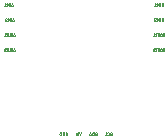
<source format=gbo>
%TF.GenerationSoftware,KiCad,Pcbnew,(6.0.9)*%
%TF.CreationDate,2023-01-19T16:03:38-06:00*%
%TF.ProjectId,LIS3MDL_DRV8833_Board,4c495333-4d44-44c5-9f44-525638383333,rev?*%
%TF.SameCoordinates,Original*%
%TF.FileFunction,Legend,Bot*%
%TF.FilePolarity,Positive*%
%FSLAX46Y46*%
G04 Gerber Fmt 4.6, Leading zero omitted, Abs format (unit mm)*
G04 Created by KiCad (PCBNEW (6.0.9)) date 2023-01-19 16:03:38*
%MOMM*%
%LPD*%
G01*
G04 APERTURE LIST*
%ADD10C,0.033500*%
G04 APERTURE END LIST*
D10*
X108404780Y-118771609D02*
X108368495Y-118783704D01*
X108308019Y-118783704D01*
X108283828Y-118771609D01*
X108271733Y-118759514D01*
X108259638Y-118735323D01*
X108259638Y-118711133D01*
X108271733Y-118686942D01*
X108283828Y-118674847D01*
X108308019Y-118662752D01*
X108356400Y-118650657D01*
X108380590Y-118638561D01*
X108392685Y-118626466D01*
X108404780Y-118602276D01*
X108404780Y-118578085D01*
X108392685Y-118553895D01*
X108380590Y-118541800D01*
X108356400Y-118529704D01*
X108295923Y-118529704D01*
X108259638Y-118541800D01*
X108005638Y-118759514D02*
X108017733Y-118771609D01*
X108054019Y-118783704D01*
X108078209Y-118783704D01*
X108114495Y-118771609D01*
X108138685Y-118747419D01*
X108150780Y-118723228D01*
X108162876Y-118674847D01*
X108162876Y-118638561D01*
X108150780Y-118590180D01*
X108138685Y-118565990D01*
X108114495Y-118541800D01*
X108078209Y-118529704D01*
X108054019Y-118529704D01*
X108017733Y-118541800D01*
X108005638Y-118553895D01*
X107775828Y-118783704D02*
X107896780Y-118783704D01*
X107896780Y-118529704D01*
X104485923Y-118541800D02*
X104510114Y-118529704D01*
X104546400Y-118529704D01*
X104582685Y-118541800D01*
X104606876Y-118565990D01*
X104618971Y-118590180D01*
X104631066Y-118638561D01*
X104631066Y-118674847D01*
X104618971Y-118723228D01*
X104606876Y-118747419D01*
X104582685Y-118771609D01*
X104546400Y-118783704D01*
X104522209Y-118783704D01*
X104485923Y-118771609D01*
X104473828Y-118759514D01*
X104473828Y-118674847D01*
X104522209Y-118674847D01*
X104364971Y-118783704D02*
X104364971Y-118529704D01*
X104219828Y-118783704D01*
X104219828Y-118529704D01*
X104098876Y-118783704D02*
X104098876Y-118529704D01*
X104038400Y-118529704D01*
X104002114Y-118541800D01*
X103977923Y-118565990D01*
X103965828Y-118590180D01*
X103953733Y-118638561D01*
X103953733Y-118674847D01*
X103965828Y-118723228D01*
X103977923Y-118747419D01*
X104002114Y-118771609D01*
X104038400Y-118783704D01*
X104098876Y-118783704D01*
X100044552Y-107789133D02*
X99923600Y-107789133D01*
X100068742Y-107861704D02*
X99984076Y-107607704D01*
X99899409Y-107861704D01*
X99814742Y-107861704D02*
X99814742Y-107607704D01*
X99693790Y-107861704D02*
X99693790Y-107607704D01*
X99548647Y-107861704D01*
X99548647Y-107607704D01*
X99294647Y-107861704D02*
X99439790Y-107861704D01*
X99367219Y-107861704D02*
X99367219Y-107607704D01*
X99391409Y-107643990D01*
X99415600Y-107668180D01*
X99439790Y-107680276D01*
X100095352Y-109059133D02*
X99974400Y-109059133D01*
X100119542Y-109131704D02*
X100034876Y-108877704D01*
X99950209Y-109131704D01*
X99865542Y-109131704D02*
X99865542Y-108877704D01*
X99744590Y-109131704D02*
X99744590Y-108877704D01*
X99599447Y-109131704D01*
X99599447Y-108877704D01*
X99490590Y-108901895D02*
X99478495Y-108889800D01*
X99454304Y-108877704D01*
X99393828Y-108877704D01*
X99369638Y-108889800D01*
X99357542Y-108901895D01*
X99345447Y-108926085D01*
X99345447Y-108950276D01*
X99357542Y-108986561D01*
X99502685Y-109131704D01*
X99345447Y-109131704D01*
X112743600Y-110268657D02*
X112714457Y-110280752D01*
X112704742Y-110292847D01*
X112695028Y-110317038D01*
X112695028Y-110353323D01*
X112704742Y-110377514D01*
X112714457Y-110389609D01*
X112733885Y-110401704D01*
X112811600Y-110401704D01*
X112811600Y-110147704D01*
X112743600Y-110147704D01*
X112724171Y-110159800D01*
X112714457Y-110171895D01*
X112704742Y-110196085D01*
X112704742Y-110220276D01*
X112714457Y-110244466D01*
X112724171Y-110256561D01*
X112743600Y-110268657D01*
X112811600Y-110268657D01*
X112568742Y-110147704D02*
X112529885Y-110147704D01*
X112510457Y-110159800D01*
X112491028Y-110183990D01*
X112481314Y-110232371D01*
X112481314Y-110317038D01*
X112491028Y-110365419D01*
X112510457Y-110389609D01*
X112529885Y-110401704D01*
X112568742Y-110401704D01*
X112588171Y-110389609D01*
X112607600Y-110365419D01*
X112617314Y-110317038D01*
X112617314Y-110232371D01*
X112607600Y-110183990D01*
X112588171Y-110159800D01*
X112568742Y-110147704D01*
X112393885Y-110147704D02*
X112393885Y-110353323D01*
X112384171Y-110377514D01*
X112374457Y-110389609D01*
X112355028Y-110401704D01*
X112316171Y-110401704D01*
X112296742Y-110389609D01*
X112287028Y-110377514D01*
X112277314Y-110353323D01*
X112277314Y-110147704D01*
X112209314Y-110147704D02*
X112092742Y-110147704D01*
X112151028Y-110401704D02*
X112151028Y-110147704D01*
X111917885Y-110401704D02*
X112034457Y-110401704D01*
X111976171Y-110401704D02*
X111976171Y-110147704D01*
X111995600Y-110183990D01*
X112015028Y-110208180D01*
X112034457Y-110220276D01*
X112730676Y-111538657D02*
X112701533Y-111550752D01*
X112691818Y-111562847D01*
X112682104Y-111587038D01*
X112682104Y-111623323D01*
X112691818Y-111647514D01*
X112701533Y-111659609D01*
X112720961Y-111671704D01*
X112798676Y-111671704D01*
X112798676Y-111417704D01*
X112730676Y-111417704D01*
X112711247Y-111429800D01*
X112701533Y-111441895D01*
X112691818Y-111466085D01*
X112691818Y-111490276D01*
X112701533Y-111514466D01*
X112711247Y-111526561D01*
X112730676Y-111538657D01*
X112798676Y-111538657D01*
X112555818Y-111417704D02*
X112516961Y-111417704D01*
X112497533Y-111429800D01*
X112478104Y-111453990D01*
X112468390Y-111502371D01*
X112468390Y-111587038D01*
X112478104Y-111635419D01*
X112497533Y-111659609D01*
X112516961Y-111671704D01*
X112555818Y-111671704D01*
X112575247Y-111659609D01*
X112594676Y-111635419D01*
X112604390Y-111587038D01*
X112604390Y-111502371D01*
X112594676Y-111453990D01*
X112575247Y-111429800D01*
X112555818Y-111417704D01*
X112380961Y-111417704D02*
X112380961Y-111623323D01*
X112371247Y-111647514D01*
X112361533Y-111659609D01*
X112342104Y-111671704D01*
X112303247Y-111671704D01*
X112283818Y-111659609D01*
X112274104Y-111647514D01*
X112264390Y-111623323D01*
X112264390Y-111417704D01*
X112196390Y-111417704D02*
X112079818Y-111417704D01*
X112138104Y-111671704D02*
X112138104Y-111417704D01*
X112021533Y-111441895D02*
X112011818Y-111429800D01*
X111992390Y-111417704D01*
X111943818Y-111417704D01*
X111924390Y-111429800D01*
X111914676Y-111441895D01*
X111904961Y-111466085D01*
X111904961Y-111490276D01*
X111914676Y-111526561D01*
X112031247Y-111671704D01*
X111904961Y-111671704D01*
X100157542Y-111599133D02*
X100060400Y-111599133D01*
X100176971Y-111671704D02*
X100108971Y-111417704D01*
X100040971Y-111671704D01*
X99934114Y-111417704D02*
X99895257Y-111417704D01*
X99875828Y-111429800D01*
X99856400Y-111453990D01*
X99846685Y-111502371D01*
X99846685Y-111587038D01*
X99856400Y-111635419D01*
X99875828Y-111659609D01*
X99895257Y-111671704D01*
X99934114Y-111671704D01*
X99953542Y-111659609D01*
X99972971Y-111635419D01*
X99982685Y-111587038D01*
X99982685Y-111502371D01*
X99972971Y-111453990D01*
X99953542Y-111429800D01*
X99934114Y-111417704D01*
X99759257Y-111417704D02*
X99759257Y-111623323D01*
X99749542Y-111647514D01*
X99739828Y-111659609D01*
X99720400Y-111671704D01*
X99681542Y-111671704D01*
X99662114Y-111659609D01*
X99652400Y-111647514D01*
X99642685Y-111623323D01*
X99642685Y-111417704D01*
X99574685Y-111417704D02*
X99458114Y-111417704D01*
X99516400Y-111671704D02*
X99516400Y-111417704D01*
X99399828Y-111441895D02*
X99390114Y-111429800D01*
X99370685Y-111417704D01*
X99322114Y-111417704D01*
X99302685Y-111429800D01*
X99292971Y-111441895D01*
X99283257Y-111466085D01*
X99283257Y-111490276D01*
X99292971Y-111526561D01*
X99409542Y-111671704D01*
X99283257Y-111671704D01*
X100157542Y-110329133D02*
X100060400Y-110329133D01*
X100176971Y-110401704D02*
X100108971Y-110147704D01*
X100040971Y-110401704D01*
X99934114Y-110147704D02*
X99895257Y-110147704D01*
X99875828Y-110159800D01*
X99856400Y-110183990D01*
X99846685Y-110232371D01*
X99846685Y-110317038D01*
X99856400Y-110365419D01*
X99875828Y-110389609D01*
X99895257Y-110401704D01*
X99934114Y-110401704D01*
X99953542Y-110389609D01*
X99972971Y-110365419D01*
X99982685Y-110317038D01*
X99982685Y-110232371D01*
X99972971Y-110183990D01*
X99953542Y-110159800D01*
X99934114Y-110147704D01*
X99759257Y-110147704D02*
X99759257Y-110353323D01*
X99749542Y-110377514D01*
X99739828Y-110389609D01*
X99720400Y-110401704D01*
X99681542Y-110401704D01*
X99662114Y-110389609D01*
X99652400Y-110377514D01*
X99642685Y-110353323D01*
X99642685Y-110147704D01*
X99574685Y-110147704D02*
X99458114Y-110147704D01*
X99516400Y-110401704D02*
X99516400Y-110147704D01*
X99283257Y-110401704D02*
X99399828Y-110401704D01*
X99341542Y-110401704D02*
X99341542Y-110147704D01*
X99360971Y-110183990D01*
X99380400Y-110208180D01*
X99399828Y-110220276D01*
X105822447Y-118529704D02*
X105737780Y-118783704D01*
X105653114Y-118529704D01*
X105568447Y-118783704D02*
X105568447Y-118614371D01*
X105568447Y-118529704D02*
X105580542Y-118541800D01*
X105568447Y-118553895D01*
X105556352Y-118541800D01*
X105568447Y-118529704D01*
X105568447Y-118553895D01*
X105447495Y-118614371D02*
X105447495Y-118783704D01*
X105447495Y-118638561D02*
X105435400Y-118626466D01*
X105411209Y-118614371D01*
X105374923Y-118614371D01*
X105350733Y-118626466D01*
X105338638Y-118650657D01*
X105338638Y-118783704D01*
X112665933Y-108986134D02*
X112629647Y-108998229D01*
X112617552Y-109010324D01*
X112605457Y-109034515D01*
X112605457Y-109070800D01*
X112617552Y-109094991D01*
X112629647Y-109107086D01*
X112653838Y-109119181D01*
X112750600Y-109119181D01*
X112750600Y-108865181D01*
X112665933Y-108865181D01*
X112641742Y-108877277D01*
X112629647Y-108889372D01*
X112617552Y-108913562D01*
X112617552Y-108937753D01*
X112629647Y-108961943D01*
X112641742Y-108974038D01*
X112665933Y-108986134D01*
X112750600Y-108986134D01*
X112496600Y-109119181D02*
X112496600Y-108865181D01*
X112375647Y-109119181D02*
X112375647Y-108865181D01*
X112230504Y-109119181D01*
X112230504Y-108865181D01*
X112121647Y-108889372D02*
X112109552Y-108877277D01*
X112085361Y-108865181D01*
X112024885Y-108865181D01*
X112000695Y-108877277D01*
X111988600Y-108889372D01*
X111976504Y-108913562D01*
X111976504Y-108937753D01*
X111988600Y-108974038D01*
X112133742Y-109119181D01*
X111976504Y-109119181D01*
X112665933Y-107677857D02*
X112629647Y-107689952D01*
X112617552Y-107702047D01*
X112605457Y-107726238D01*
X112605457Y-107762523D01*
X112617552Y-107786714D01*
X112629647Y-107798809D01*
X112653838Y-107810904D01*
X112750600Y-107810904D01*
X112750600Y-107556904D01*
X112665933Y-107556904D01*
X112641742Y-107569000D01*
X112629647Y-107581095D01*
X112617552Y-107605285D01*
X112617552Y-107629476D01*
X112629647Y-107653666D01*
X112641742Y-107665761D01*
X112665933Y-107677857D01*
X112750600Y-107677857D01*
X112496600Y-107810904D02*
X112496600Y-107556904D01*
X112375647Y-107810904D02*
X112375647Y-107556904D01*
X112230504Y-107810904D01*
X112230504Y-107556904D01*
X111976504Y-107810904D02*
X112121647Y-107810904D01*
X112049076Y-107810904D02*
X112049076Y-107556904D01*
X112073266Y-107593190D01*
X112097457Y-107617380D01*
X112121647Y-107629476D01*
X107140828Y-118771609D02*
X107104542Y-118783704D01*
X107044066Y-118783704D01*
X107019876Y-118771609D01*
X107007780Y-118759514D01*
X106995685Y-118735323D01*
X106995685Y-118711133D01*
X107007780Y-118686942D01*
X107019876Y-118674847D01*
X107044066Y-118662752D01*
X107092447Y-118650657D01*
X107116638Y-118638561D01*
X107128733Y-118626466D01*
X107140828Y-118602276D01*
X107140828Y-118578085D01*
X107128733Y-118553895D01*
X107116638Y-118541800D01*
X107092447Y-118529704D01*
X107031971Y-118529704D01*
X106995685Y-118541800D01*
X106886828Y-118783704D02*
X106886828Y-118529704D01*
X106826352Y-118529704D01*
X106790066Y-118541800D01*
X106765876Y-118565990D01*
X106753780Y-118590180D01*
X106741685Y-118638561D01*
X106741685Y-118674847D01*
X106753780Y-118723228D01*
X106765876Y-118747419D01*
X106790066Y-118771609D01*
X106826352Y-118783704D01*
X106886828Y-118783704D01*
X106644923Y-118711133D02*
X106523971Y-118711133D01*
X106669114Y-118783704D02*
X106584447Y-118529704D01*
X106499780Y-118783704D01*
M02*

</source>
